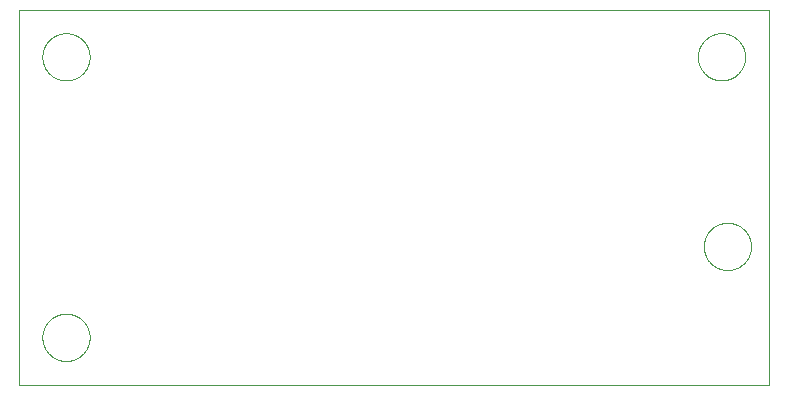
<source format=gtp>
G75*
%MOIN*%
%OFA0B0*%
%FSLAX25Y25*%
%IPPOS*%
%LPD*%
%AMOC8*
5,1,8,0,0,1.08239X$1,22.5*
%
%ADD10C,0.00000*%
D10*
X0002266Y0001000D02*
X0002266Y0126000D01*
X0252266Y0126000D01*
X0252266Y0001000D01*
X0002266Y0001000D01*
X0010140Y0016748D02*
X0010142Y0016941D01*
X0010149Y0017134D01*
X0010161Y0017327D01*
X0010178Y0017520D01*
X0010199Y0017712D01*
X0010225Y0017903D01*
X0010256Y0018094D01*
X0010291Y0018284D01*
X0010331Y0018473D01*
X0010376Y0018661D01*
X0010425Y0018848D01*
X0010479Y0019034D01*
X0010537Y0019218D01*
X0010600Y0019401D01*
X0010668Y0019582D01*
X0010739Y0019761D01*
X0010816Y0019939D01*
X0010896Y0020115D01*
X0010981Y0020288D01*
X0011070Y0020460D01*
X0011163Y0020629D01*
X0011260Y0020796D01*
X0011362Y0020961D01*
X0011467Y0021123D01*
X0011576Y0021282D01*
X0011690Y0021439D01*
X0011807Y0021592D01*
X0011927Y0021743D01*
X0012052Y0021891D01*
X0012180Y0022036D01*
X0012311Y0022177D01*
X0012446Y0022316D01*
X0012585Y0022451D01*
X0012726Y0022582D01*
X0012871Y0022710D01*
X0013019Y0022835D01*
X0013170Y0022955D01*
X0013323Y0023072D01*
X0013480Y0023186D01*
X0013639Y0023295D01*
X0013801Y0023400D01*
X0013966Y0023502D01*
X0014133Y0023599D01*
X0014302Y0023692D01*
X0014474Y0023781D01*
X0014647Y0023866D01*
X0014823Y0023946D01*
X0015001Y0024023D01*
X0015180Y0024094D01*
X0015361Y0024162D01*
X0015544Y0024225D01*
X0015728Y0024283D01*
X0015914Y0024337D01*
X0016101Y0024386D01*
X0016289Y0024431D01*
X0016478Y0024471D01*
X0016668Y0024506D01*
X0016859Y0024537D01*
X0017050Y0024563D01*
X0017242Y0024584D01*
X0017435Y0024601D01*
X0017628Y0024613D01*
X0017821Y0024620D01*
X0018014Y0024622D01*
X0018207Y0024620D01*
X0018400Y0024613D01*
X0018593Y0024601D01*
X0018786Y0024584D01*
X0018978Y0024563D01*
X0019169Y0024537D01*
X0019360Y0024506D01*
X0019550Y0024471D01*
X0019739Y0024431D01*
X0019927Y0024386D01*
X0020114Y0024337D01*
X0020300Y0024283D01*
X0020484Y0024225D01*
X0020667Y0024162D01*
X0020848Y0024094D01*
X0021027Y0024023D01*
X0021205Y0023946D01*
X0021381Y0023866D01*
X0021554Y0023781D01*
X0021726Y0023692D01*
X0021895Y0023599D01*
X0022062Y0023502D01*
X0022227Y0023400D01*
X0022389Y0023295D01*
X0022548Y0023186D01*
X0022705Y0023072D01*
X0022858Y0022955D01*
X0023009Y0022835D01*
X0023157Y0022710D01*
X0023302Y0022582D01*
X0023443Y0022451D01*
X0023582Y0022316D01*
X0023717Y0022177D01*
X0023848Y0022036D01*
X0023976Y0021891D01*
X0024101Y0021743D01*
X0024221Y0021592D01*
X0024338Y0021439D01*
X0024452Y0021282D01*
X0024561Y0021123D01*
X0024666Y0020961D01*
X0024768Y0020796D01*
X0024865Y0020629D01*
X0024958Y0020460D01*
X0025047Y0020288D01*
X0025132Y0020115D01*
X0025212Y0019939D01*
X0025289Y0019761D01*
X0025360Y0019582D01*
X0025428Y0019401D01*
X0025491Y0019218D01*
X0025549Y0019034D01*
X0025603Y0018848D01*
X0025652Y0018661D01*
X0025697Y0018473D01*
X0025737Y0018284D01*
X0025772Y0018094D01*
X0025803Y0017903D01*
X0025829Y0017712D01*
X0025850Y0017520D01*
X0025867Y0017327D01*
X0025879Y0017134D01*
X0025886Y0016941D01*
X0025888Y0016748D01*
X0025886Y0016555D01*
X0025879Y0016362D01*
X0025867Y0016169D01*
X0025850Y0015976D01*
X0025829Y0015784D01*
X0025803Y0015593D01*
X0025772Y0015402D01*
X0025737Y0015212D01*
X0025697Y0015023D01*
X0025652Y0014835D01*
X0025603Y0014648D01*
X0025549Y0014462D01*
X0025491Y0014278D01*
X0025428Y0014095D01*
X0025360Y0013914D01*
X0025289Y0013735D01*
X0025212Y0013557D01*
X0025132Y0013381D01*
X0025047Y0013208D01*
X0024958Y0013036D01*
X0024865Y0012867D01*
X0024768Y0012700D01*
X0024666Y0012535D01*
X0024561Y0012373D01*
X0024452Y0012214D01*
X0024338Y0012057D01*
X0024221Y0011904D01*
X0024101Y0011753D01*
X0023976Y0011605D01*
X0023848Y0011460D01*
X0023717Y0011319D01*
X0023582Y0011180D01*
X0023443Y0011045D01*
X0023302Y0010914D01*
X0023157Y0010786D01*
X0023009Y0010661D01*
X0022858Y0010541D01*
X0022705Y0010424D01*
X0022548Y0010310D01*
X0022389Y0010201D01*
X0022227Y0010096D01*
X0022062Y0009994D01*
X0021895Y0009897D01*
X0021726Y0009804D01*
X0021554Y0009715D01*
X0021381Y0009630D01*
X0021205Y0009550D01*
X0021027Y0009473D01*
X0020848Y0009402D01*
X0020667Y0009334D01*
X0020484Y0009271D01*
X0020300Y0009213D01*
X0020114Y0009159D01*
X0019927Y0009110D01*
X0019739Y0009065D01*
X0019550Y0009025D01*
X0019360Y0008990D01*
X0019169Y0008959D01*
X0018978Y0008933D01*
X0018786Y0008912D01*
X0018593Y0008895D01*
X0018400Y0008883D01*
X0018207Y0008876D01*
X0018014Y0008874D01*
X0017821Y0008876D01*
X0017628Y0008883D01*
X0017435Y0008895D01*
X0017242Y0008912D01*
X0017050Y0008933D01*
X0016859Y0008959D01*
X0016668Y0008990D01*
X0016478Y0009025D01*
X0016289Y0009065D01*
X0016101Y0009110D01*
X0015914Y0009159D01*
X0015728Y0009213D01*
X0015544Y0009271D01*
X0015361Y0009334D01*
X0015180Y0009402D01*
X0015001Y0009473D01*
X0014823Y0009550D01*
X0014647Y0009630D01*
X0014474Y0009715D01*
X0014302Y0009804D01*
X0014133Y0009897D01*
X0013966Y0009994D01*
X0013801Y0010096D01*
X0013639Y0010201D01*
X0013480Y0010310D01*
X0013323Y0010424D01*
X0013170Y0010541D01*
X0013019Y0010661D01*
X0012871Y0010786D01*
X0012726Y0010914D01*
X0012585Y0011045D01*
X0012446Y0011180D01*
X0012311Y0011319D01*
X0012180Y0011460D01*
X0012052Y0011605D01*
X0011927Y0011753D01*
X0011807Y0011904D01*
X0011690Y0012057D01*
X0011576Y0012214D01*
X0011467Y0012373D01*
X0011362Y0012535D01*
X0011260Y0012700D01*
X0011163Y0012867D01*
X0011070Y0013036D01*
X0010981Y0013208D01*
X0010896Y0013381D01*
X0010816Y0013557D01*
X0010739Y0013735D01*
X0010668Y0013914D01*
X0010600Y0014095D01*
X0010537Y0014278D01*
X0010479Y0014462D01*
X0010425Y0014648D01*
X0010376Y0014835D01*
X0010331Y0015023D01*
X0010291Y0015212D01*
X0010256Y0015402D01*
X0010225Y0015593D01*
X0010199Y0015784D01*
X0010178Y0015976D01*
X0010161Y0016169D01*
X0010149Y0016362D01*
X0010142Y0016555D01*
X0010140Y0016748D01*
X0010140Y0110252D02*
X0010142Y0110445D01*
X0010149Y0110638D01*
X0010161Y0110831D01*
X0010178Y0111024D01*
X0010199Y0111216D01*
X0010225Y0111407D01*
X0010256Y0111598D01*
X0010291Y0111788D01*
X0010331Y0111977D01*
X0010376Y0112165D01*
X0010425Y0112352D01*
X0010479Y0112538D01*
X0010537Y0112722D01*
X0010600Y0112905D01*
X0010668Y0113086D01*
X0010739Y0113265D01*
X0010816Y0113443D01*
X0010896Y0113619D01*
X0010981Y0113792D01*
X0011070Y0113964D01*
X0011163Y0114133D01*
X0011260Y0114300D01*
X0011362Y0114465D01*
X0011467Y0114627D01*
X0011576Y0114786D01*
X0011690Y0114943D01*
X0011807Y0115096D01*
X0011927Y0115247D01*
X0012052Y0115395D01*
X0012180Y0115540D01*
X0012311Y0115681D01*
X0012446Y0115820D01*
X0012585Y0115955D01*
X0012726Y0116086D01*
X0012871Y0116214D01*
X0013019Y0116339D01*
X0013170Y0116459D01*
X0013323Y0116576D01*
X0013480Y0116690D01*
X0013639Y0116799D01*
X0013801Y0116904D01*
X0013966Y0117006D01*
X0014133Y0117103D01*
X0014302Y0117196D01*
X0014474Y0117285D01*
X0014647Y0117370D01*
X0014823Y0117450D01*
X0015001Y0117527D01*
X0015180Y0117598D01*
X0015361Y0117666D01*
X0015544Y0117729D01*
X0015728Y0117787D01*
X0015914Y0117841D01*
X0016101Y0117890D01*
X0016289Y0117935D01*
X0016478Y0117975D01*
X0016668Y0118010D01*
X0016859Y0118041D01*
X0017050Y0118067D01*
X0017242Y0118088D01*
X0017435Y0118105D01*
X0017628Y0118117D01*
X0017821Y0118124D01*
X0018014Y0118126D01*
X0018207Y0118124D01*
X0018400Y0118117D01*
X0018593Y0118105D01*
X0018786Y0118088D01*
X0018978Y0118067D01*
X0019169Y0118041D01*
X0019360Y0118010D01*
X0019550Y0117975D01*
X0019739Y0117935D01*
X0019927Y0117890D01*
X0020114Y0117841D01*
X0020300Y0117787D01*
X0020484Y0117729D01*
X0020667Y0117666D01*
X0020848Y0117598D01*
X0021027Y0117527D01*
X0021205Y0117450D01*
X0021381Y0117370D01*
X0021554Y0117285D01*
X0021726Y0117196D01*
X0021895Y0117103D01*
X0022062Y0117006D01*
X0022227Y0116904D01*
X0022389Y0116799D01*
X0022548Y0116690D01*
X0022705Y0116576D01*
X0022858Y0116459D01*
X0023009Y0116339D01*
X0023157Y0116214D01*
X0023302Y0116086D01*
X0023443Y0115955D01*
X0023582Y0115820D01*
X0023717Y0115681D01*
X0023848Y0115540D01*
X0023976Y0115395D01*
X0024101Y0115247D01*
X0024221Y0115096D01*
X0024338Y0114943D01*
X0024452Y0114786D01*
X0024561Y0114627D01*
X0024666Y0114465D01*
X0024768Y0114300D01*
X0024865Y0114133D01*
X0024958Y0113964D01*
X0025047Y0113792D01*
X0025132Y0113619D01*
X0025212Y0113443D01*
X0025289Y0113265D01*
X0025360Y0113086D01*
X0025428Y0112905D01*
X0025491Y0112722D01*
X0025549Y0112538D01*
X0025603Y0112352D01*
X0025652Y0112165D01*
X0025697Y0111977D01*
X0025737Y0111788D01*
X0025772Y0111598D01*
X0025803Y0111407D01*
X0025829Y0111216D01*
X0025850Y0111024D01*
X0025867Y0110831D01*
X0025879Y0110638D01*
X0025886Y0110445D01*
X0025888Y0110252D01*
X0025886Y0110059D01*
X0025879Y0109866D01*
X0025867Y0109673D01*
X0025850Y0109480D01*
X0025829Y0109288D01*
X0025803Y0109097D01*
X0025772Y0108906D01*
X0025737Y0108716D01*
X0025697Y0108527D01*
X0025652Y0108339D01*
X0025603Y0108152D01*
X0025549Y0107966D01*
X0025491Y0107782D01*
X0025428Y0107599D01*
X0025360Y0107418D01*
X0025289Y0107239D01*
X0025212Y0107061D01*
X0025132Y0106885D01*
X0025047Y0106712D01*
X0024958Y0106540D01*
X0024865Y0106371D01*
X0024768Y0106204D01*
X0024666Y0106039D01*
X0024561Y0105877D01*
X0024452Y0105718D01*
X0024338Y0105561D01*
X0024221Y0105408D01*
X0024101Y0105257D01*
X0023976Y0105109D01*
X0023848Y0104964D01*
X0023717Y0104823D01*
X0023582Y0104684D01*
X0023443Y0104549D01*
X0023302Y0104418D01*
X0023157Y0104290D01*
X0023009Y0104165D01*
X0022858Y0104045D01*
X0022705Y0103928D01*
X0022548Y0103814D01*
X0022389Y0103705D01*
X0022227Y0103600D01*
X0022062Y0103498D01*
X0021895Y0103401D01*
X0021726Y0103308D01*
X0021554Y0103219D01*
X0021381Y0103134D01*
X0021205Y0103054D01*
X0021027Y0102977D01*
X0020848Y0102906D01*
X0020667Y0102838D01*
X0020484Y0102775D01*
X0020300Y0102717D01*
X0020114Y0102663D01*
X0019927Y0102614D01*
X0019739Y0102569D01*
X0019550Y0102529D01*
X0019360Y0102494D01*
X0019169Y0102463D01*
X0018978Y0102437D01*
X0018786Y0102416D01*
X0018593Y0102399D01*
X0018400Y0102387D01*
X0018207Y0102380D01*
X0018014Y0102378D01*
X0017821Y0102380D01*
X0017628Y0102387D01*
X0017435Y0102399D01*
X0017242Y0102416D01*
X0017050Y0102437D01*
X0016859Y0102463D01*
X0016668Y0102494D01*
X0016478Y0102529D01*
X0016289Y0102569D01*
X0016101Y0102614D01*
X0015914Y0102663D01*
X0015728Y0102717D01*
X0015544Y0102775D01*
X0015361Y0102838D01*
X0015180Y0102906D01*
X0015001Y0102977D01*
X0014823Y0103054D01*
X0014647Y0103134D01*
X0014474Y0103219D01*
X0014302Y0103308D01*
X0014133Y0103401D01*
X0013966Y0103498D01*
X0013801Y0103600D01*
X0013639Y0103705D01*
X0013480Y0103814D01*
X0013323Y0103928D01*
X0013170Y0104045D01*
X0013019Y0104165D01*
X0012871Y0104290D01*
X0012726Y0104418D01*
X0012585Y0104549D01*
X0012446Y0104684D01*
X0012311Y0104823D01*
X0012180Y0104964D01*
X0012052Y0105109D01*
X0011927Y0105257D01*
X0011807Y0105408D01*
X0011690Y0105561D01*
X0011576Y0105718D01*
X0011467Y0105877D01*
X0011362Y0106039D01*
X0011260Y0106204D01*
X0011163Y0106371D01*
X0011070Y0106540D01*
X0010981Y0106712D01*
X0010896Y0106885D01*
X0010816Y0107061D01*
X0010739Y0107239D01*
X0010668Y0107418D01*
X0010600Y0107599D01*
X0010537Y0107782D01*
X0010479Y0107966D01*
X0010425Y0108152D01*
X0010376Y0108339D01*
X0010331Y0108527D01*
X0010291Y0108716D01*
X0010256Y0108906D01*
X0010225Y0109097D01*
X0010199Y0109288D01*
X0010178Y0109480D01*
X0010161Y0109673D01*
X0010149Y0109866D01*
X0010142Y0110059D01*
X0010140Y0110252D01*
X0228644Y0110252D02*
X0228646Y0110445D01*
X0228653Y0110638D01*
X0228665Y0110831D01*
X0228682Y0111024D01*
X0228703Y0111216D01*
X0228729Y0111407D01*
X0228760Y0111598D01*
X0228795Y0111788D01*
X0228835Y0111977D01*
X0228880Y0112165D01*
X0228929Y0112352D01*
X0228983Y0112538D01*
X0229041Y0112722D01*
X0229104Y0112905D01*
X0229172Y0113086D01*
X0229243Y0113265D01*
X0229320Y0113443D01*
X0229400Y0113619D01*
X0229485Y0113792D01*
X0229574Y0113964D01*
X0229667Y0114133D01*
X0229764Y0114300D01*
X0229866Y0114465D01*
X0229971Y0114627D01*
X0230080Y0114786D01*
X0230194Y0114943D01*
X0230311Y0115096D01*
X0230431Y0115247D01*
X0230556Y0115395D01*
X0230684Y0115540D01*
X0230815Y0115681D01*
X0230950Y0115820D01*
X0231089Y0115955D01*
X0231230Y0116086D01*
X0231375Y0116214D01*
X0231523Y0116339D01*
X0231674Y0116459D01*
X0231827Y0116576D01*
X0231984Y0116690D01*
X0232143Y0116799D01*
X0232305Y0116904D01*
X0232470Y0117006D01*
X0232637Y0117103D01*
X0232806Y0117196D01*
X0232978Y0117285D01*
X0233151Y0117370D01*
X0233327Y0117450D01*
X0233505Y0117527D01*
X0233684Y0117598D01*
X0233865Y0117666D01*
X0234048Y0117729D01*
X0234232Y0117787D01*
X0234418Y0117841D01*
X0234605Y0117890D01*
X0234793Y0117935D01*
X0234982Y0117975D01*
X0235172Y0118010D01*
X0235363Y0118041D01*
X0235554Y0118067D01*
X0235746Y0118088D01*
X0235939Y0118105D01*
X0236132Y0118117D01*
X0236325Y0118124D01*
X0236518Y0118126D01*
X0236711Y0118124D01*
X0236904Y0118117D01*
X0237097Y0118105D01*
X0237290Y0118088D01*
X0237482Y0118067D01*
X0237673Y0118041D01*
X0237864Y0118010D01*
X0238054Y0117975D01*
X0238243Y0117935D01*
X0238431Y0117890D01*
X0238618Y0117841D01*
X0238804Y0117787D01*
X0238988Y0117729D01*
X0239171Y0117666D01*
X0239352Y0117598D01*
X0239531Y0117527D01*
X0239709Y0117450D01*
X0239885Y0117370D01*
X0240058Y0117285D01*
X0240230Y0117196D01*
X0240399Y0117103D01*
X0240566Y0117006D01*
X0240731Y0116904D01*
X0240893Y0116799D01*
X0241052Y0116690D01*
X0241209Y0116576D01*
X0241362Y0116459D01*
X0241513Y0116339D01*
X0241661Y0116214D01*
X0241806Y0116086D01*
X0241947Y0115955D01*
X0242086Y0115820D01*
X0242221Y0115681D01*
X0242352Y0115540D01*
X0242480Y0115395D01*
X0242605Y0115247D01*
X0242725Y0115096D01*
X0242842Y0114943D01*
X0242956Y0114786D01*
X0243065Y0114627D01*
X0243170Y0114465D01*
X0243272Y0114300D01*
X0243369Y0114133D01*
X0243462Y0113964D01*
X0243551Y0113792D01*
X0243636Y0113619D01*
X0243716Y0113443D01*
X0243793Y0113265D01*
X0243864Y0113086D01*
X0243932Y0112905D01*
X0243995Y0112722D01*
X0244053Y0112538D01*
X0244107Y0112352D01*
X0244156Y0112165D01*
X0244201Y0111977D01*
X0244241Y0111788D01*
X0244276Y0111598D01*
X0244307Y0111407D01*
X0244333Y0111216D01*
X0244354Y0111024D01*
X0244371Y0110831D01*
X0244383Y0110638D01*
X0244390Y0110445D01*
X0244392Y0110252D01*
X0244390Y0110059D01*
X0244383Y0109866D01*
X0244371Y0109673D01*
X0244354Y0109480D01*
X0244333Y0109288D01*
X0244307Y0109097D01*
X0244276Y0108906D01*
X0244241Y0108716D01*
X0244201Y0108527D01*
X0244156Y0108339D01*
X0244107Y0108152D01*
X0244053Y0107966D01*
X0243995Y0107782D01*
X0243932Y0107599D01*
X0243864Y0107418D01*
X0243793Y0107239D01*
X0243716Y0107061D01*
X0243636Y0106885D01*
X0243551Y0106712D01*
X0243462Y0106540D01*
X0243369Y0106371D01*
X0243272Y0106204D01*
X0243170Y0106039D01*
X0243065Y0105877D01*
X0242956Y0105718D01*
X0242842Y0105561D01*
X0242725Y0105408D01*
X0242605Y0105257D01*
X0242480Y0105109D01*
X0242352Y0104964D01*
X0242221Y0104823D01*
X0242086Y0104684D01*
X0241947Y0104549D01*
X0241806Y0104418D01*
X0241661Y0104290D01*
X0241513Y0104165D01*
X0241362Y0104045D01*
X0241209Y0103928D01*
X0241052Y0103814D01*
X0240893Y0103705D01*
X0240731Y0103600D01*
X0240566Y0103498D01*
X0240399Y0103401D01*
X0240230Y0103308D01*
X0240058Y0103219D01*
X0239885Y0103134D01*
X0239709Y0103054D01*
X0239531Y0102977D01*
X0239352Y0102906D01*
X0239171Y0102838D01*
X0238988Y0102775D01*
X0238804Y0102717D01*
X0238618Y0102663D01*
X0238431Y0102614D01*
X0238243Y0102569D01*
X0238054Y0102529D01*
X0237864Y0102494D01*
X0237673Y0102463D01*
X0237482Y0102437D01*
X0237290Y0102416D01*
X0237097Y0102399D01*
X0236904Y0102387D01*
X0236711Y0102380D01*
X0236518Y0102378D01*
X0236325Y0102380D01*
X0236132Y0102387D01*
X0235939Y0102399D01*
X0235746Y0102416D01*
X0235554Y0102437D01*
X0235363Y0102463D01*
X0235172Y0102494D01*
X0234982Y0102529D01*
X0234793Y0102569D01*
X0234605Y0102614D01*
X0234418Y0102663D01*
X0234232Y0102717D01*
X0234048Y0102775D01*
X0233865Y0102838D01*
X0233684Y0102906D01*
X0233505Y0102977D01*
X0233327Y0103054D01*
X0233151Y0103134D01*
X0232978Y0103219D01*
X0232806Y0103308D01*
X0232637Y0103401D01*
X0232470Y0103498D01*
X0232305Y0103600D01*
X0232143Y0103705D01*
X0231984Y0103814D01*
X0231827Y0103928D01*
X0231674Y0104045D01*
X0231523Y0104165D01*
X0231375Y0104290D01*
X0231230Y0104418D01*
X0231089Y0104549D01*
X0230950Y0104684D01*
X0230815Y0104823D01*
X0230684Y0104964D01*
X0230556Y0105109D01*
X0230431Y0105257D01*
X0230311Y0105408D01*
X0230194Y0105561D01*
X0230080Y0105718D01*
X0229971Y0105877D01*
X0229866Y0106039D01*
X0229764Y0106204D01*
X0229667Y0106371D01*
X0229574Y0106540D01*
X0229485Y0106712D01*
X0229400Y0106885D01*
X0229320Y0107061D01*
X0229243Y0107239D01*
X0229172Y0107418D01*
X0229104Y0107599D01*
X0229041Y0107782D01*
X0228983Y0107966D01*
X0228929Y0108152D01*
X0228880Y0108339D01*
X0228835Y0108527D01*
X0228795Y0108716D01*
X0228760Y0108906D01*
X0228729Y0109097D01*
X0228703Y0109288D01*
X0228682Y0109480D01*
X0228665Y0109673D01*
X0228653Y0109866D01*
X0228646Y0110059D01*
X0228644Y0110252D01*
X0230613Y0047063D02*
X0230615Y0047256D01*
X0230622Y0047449D01*
X0230634Y0047642D01*
X0230651Y0047835D01*
X0230672Y0048027D01*
X0230698Y0048218D01*
X0230729Y0048409D01*
X0230764Y0048599D01*
X0230804Y0048788D01*
X0230849Y0048976D01*
X0230898Y0049163D01*
X0230952Y0049349D01*
X0231010Y0049533D01*
X0231073Y0049716D01*
X0231141Y0049897D01*
X0231212Y0050076D01*
X0231289Y0050254D01*
X0231369Y0050430D01*
X0231454Y0050603D01*
X0231543Y0050775D01*
X0231636Y0050944D01*
X0231733Y0051111D01*
X0231835Y0051276D01*
X0231940Y0051438D01*
X0232049Y0051597D01*
X0232163Y0051754D01*
X0232280Y0051907D01*
X0232400Y0052058D01*
X0232525Y0052206D01*
X0232653Y0052351D01*
X0232784Y0052492D01*
X0232919Y0052631D01*
X0233058Y0052766D01*
X0233199Y0052897D01*
X0233344Y0053025D01*
X0233492Y0053150D01*
X0233643Y0053270D01*
X0233796Y0053387D01*
X0233953Y0053501D01*
X0234112Y0053610D01*
X0234274Y0053715D01*
X0234439Y0053817D01*
X0234606Y0053914D01*
X0234775Y0054007D01*
X0234947Y0054096D01*
X0235120Y0054181D01*
X0235296Y0054261D01*
X0235474Y0054338D01*
X0235653Y0054409D01*
X0235834Y0054477D01*
X0236017Y0054540D01*
X0236201Y0054598D01*
X0236387Y0054652D01*
X0236574Y0054701D01*
X0236762Y0054746D01*
X0236951Y0054786D01*
X0237141Y0054821D01*
X0237332Y0054852D01*
X0237523Y0054878D01*
X0237715Y0054899D01*
X0237908Y0054916D01*
X0238101Y0054928D01*
X0238294Y0054935D01*
X0238487Y0054937D01*
X0238680Y0054935D01*
X0238873Y0054928D01*
X0239066Y0054916D01*
X0239259Y0054899D01*
X0239451Y0054878D01*
X0239642Y0054852D01*
X0239833Y0054821D01*
X0240023Y0054786D01*
X0240212Y0054746D01*
X0240400Y0054701D01*
X0240587Y0054652D01*
X0240773Y0054598D01*
X0240957Y0054540D01*
X0241140Y0054477D01*
X0241321Y0054409D01*
X0241500Y0054338D01*
X0241678Y0054261D01*
X0241854Y0054181D01*
X0242027Y0054096D01*
X0242199Y0054007D01*
X0242368Y0053914D01*
X0242535Y0053817D01*
X0242700Y0053715D01*
X0242862Y0053610D01*
X0243021Y0053501D01*
X0243178Y0053387D01*
X0243331Y0053270D01*
X0243482Y0053150D01*
X0243630Y0053025D01*
X0243775Y0052897D01*
X0243916Y0052766D01*
X0244055Y0052631D01*
X0244190Y0052492D01*
X0244321Y0052351D01*
X0244449Y0052206D01*
X0244574Y0052058D01*
X0244694Y0051907D01*
X0244811Y0051754D01*
X0244925Y0051597D01*
X0245034Y0051438D01*
X0245139Y0051276D01*
X0245241Y0051111D01*
X0245338Y0050944D01*
X0245431Y0050775D01*
X0245520Y0050603D01*
X0245605Y0050430D01*
X0245685Y0050254D01*
X0245762Y0050076D01*
X0245833Y0049897D01*
X0245901Y0049716D01*
X0245964Y0049533D01*
X0246022Y0049349D01*
X0246076Y0049163D01*
X0246125Y0048976D01*
X0246170Y0048788D01*
X0246210Y0048599D01*
X0246245Y0048409D01*
X0246276Y0048218D01*
X0246302Y0048027D01*
X0246323Y0047835D01*
X0246340Y0047642D01*
X0246352Y0047449D01*
X0246359Y0047256D01*
X0246361Y0047063D01*
X0246359Y0046870D01*
X0246352Y0046677D01*
X0246340Y0046484D01*
X0246323Y0046291D01*
X0246302Y0046099D01*
X0246276Y0045908D01*
X0246245Y0045717D01*
X0246210Y0045527D01*
X0246170Y0045338D01*
X0246125Y0045150D01*
X0246076Y0044963D01*
X0246022Y0044777D01*
X0245964Y0044593D01*
X0245901Y0044410D01*
X0245833Y0044229D01*
X0245762Y0044050D01*
X0245685Y0043872D01*
X0245605Y0043696D01*
X0245520Y0043523D01*
X0245431Y0043351D01*
X0245338Y0043182D01*
X0245241Y0043015D01*
X0245139Y0042850D01*
X0245034Y0042688D01*
X0244925Y0042529D01*
X0244811Y0042372D01*
X0244694Y0042219D01*
X0244574Y0042068D01*
X0244449Y0041920D01*
X0244321Y0041775D01*
X0244190Y0041634D01*
X0244055Y0041495D01*
X0243916Y0041360D01*
X0243775Y0041229D01*
X0243630Y0041101D01*
X0243482Y0040976D01*
X0243331Y0040856D01*
X0243178Y0040739D01*
X0243021Y0040625D01*
X0242862Y0040516D01*
X0242700Y0040411D01*
X0242535Y0040309D01*
X0242368Y0040212D01*
X0242199Y0040119D01*
X0242027Y0040030D01*
X0241854Y0039945D01*
X0241678Y0039865D01*
X0241500Y0039788D01*
X0241321Y0039717D01*
X0241140Y0039649D01*
X0240957Y0039586D01*
X0240773Y0039528D01*
X0240587Y0039474D01*
X0240400Y0039425D01*
X0240212Y0039380D01*
X0240023Y0039340D01*
X0239833Y0039305D01*
X0239642Y0039274D01*
X0239451Y0039248D01*
X0239259Y0039227D01*
X0239066Y0039210D01*
X0238873Y0039198D01*
X0238680Y0039191D01*
X0238487Y0039189D01*
X0238294Y0039191D01*
X0238101Y0039198D01*
X0237908Y0039210D01*
X0237715Y0039227D01*
X0237523Y0039248D01*
X0237332Y0039274D01*
X0237141Y0039305D01*
X0236951Y0039340D01*
X0236762Y0039380D01*
X0236574Y0039425D01*
X0236387Y0039474D01*
X0236201Y0039528D01*
X0236017Y0039586D01*
X0235834Y0039649D01*
X0235653Y0039717D01*
X0235474Y0039788D01*
X0235296Y0039865D01*
X0235120Y0039945D01*
X0234947Y0040030D01*
X0234775Y0040119D01*
X0234606Y0040212D01*
X0234439Y0040309D01*
X0234274Y0040411D01*
X0234112Y0040516D01*
X0233953Y0040625D01*
X0233796Y0040739D01*
X0233643Y0040856D01*
X0233492Y0040976D01*
X0233344Y0041101D01*
X0233199Y0041229D01*
X0233058Y0041360D01*
X0232919Y0041495D01*
X0232784Y0041634D01*
X0232653Y0041775D01*
X0232525Y0041920D01*
X0232400Y0042068D01*
X0232280Y0042219D01*
X0232163Y0042372D01*
X0232049Y0042529D01*
X0231940Y0042688D01*
X0231835Y0042850D01*
X0231733Y0043015D01*
X0231636Y0043182D01*
X0231543Y0043351D01*
X0231454Y0043523D01*
X0231369Y0043696D01*
X0231289Y0043872D01*
X0231212Y0044050D01*
X0231141Y0044229D01*
X0231073Y0044410D01*
X0231010Y0044593D01*
X0230952Y0044777D01*
X0230898Y0044963D01*
X0230849Y0045150D01*
X0230804Y0045338D01*
X0230764Y0045527D01*
X0230729Y0045717D01*
X0230698Y0045908D01*
X0230672Y0046099D01*
X0230651Y0046291D01*
X0230634Y0046484D01*
X0230622Y0046677D01*
X0230615Y0046870D01*
X0230613Y0047063D01*
M02*

</source>
